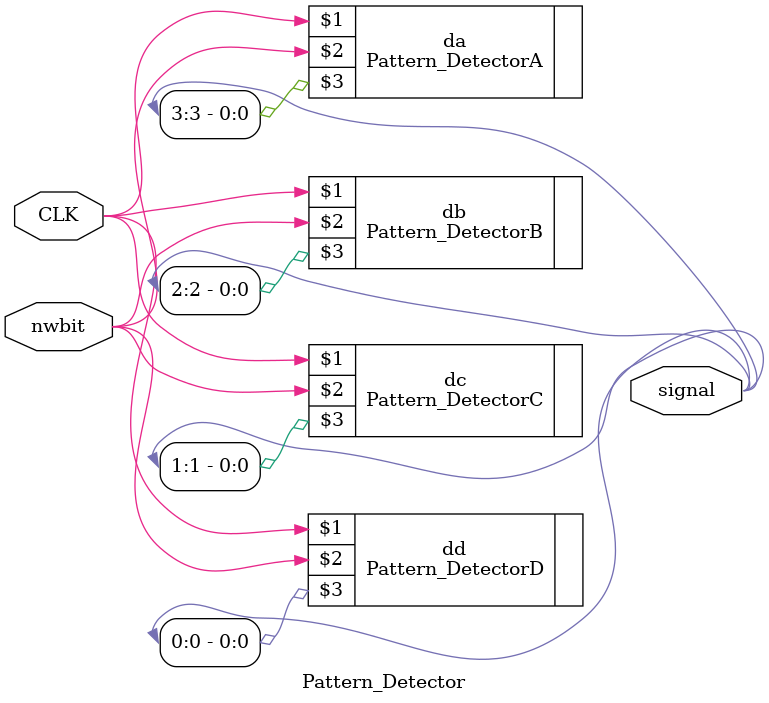
<source format=v>
`timescale 1ns / 1ps

module Pattern_Detector(CLK, nwbit, signal);
input CLK;
input nwbit;
output [3:0] signal; //A~D -> 3~0

Pattern_DetectorA da(CLK, nwbit, signal[3]);
Pattern_DetectorB db(CLK, nwbit, signal[2]);
Pattern_DetectorC dc(CLK, nwbit, signal[1]);
Pattern_DetectorD dd(CLK, nwbit, signal[0]);

endmodule

</source>
